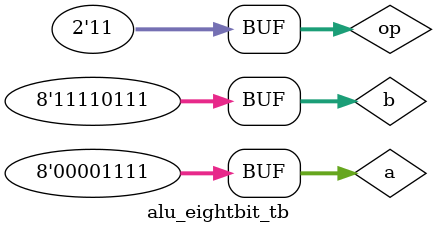
<source format=v>
module alu_eightbit_tb;
reg[7:0] a;
reg[7:0] b;
reg[1:0] op;
wire[7:0] out;
alu_eightbit uut(.a(a),.b(b),.out(out),.op(op));


initial begin
op=2'b10;a=8'b11111111;b=8'b11111111;#10;
op=2'b10;a=8'b11001111;b=8'b00111111;#10;
op=2'b01;a=8'b11010111;b=8'b10011011;#10;
op=2'b11;a=8'b00001111;b=8'b11110111;#10;

end 
endmodule

</source>
